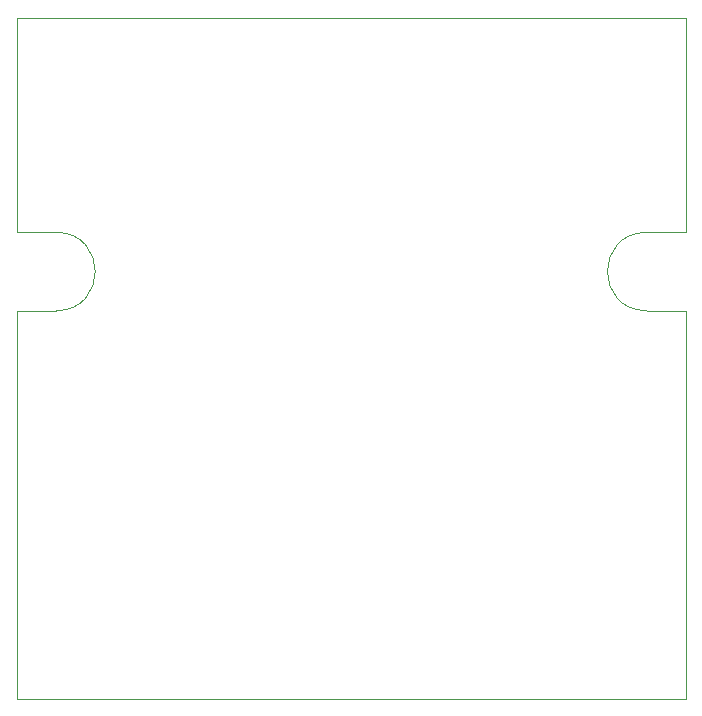
<source format=gko>
G04*
G04 #@! TF.GenerationSoftware,Altium Limited,Altium Designer,25.8.1 (18)*
G04*
G04 Layer_Color=16711935*
%FSLAX44Y44*%
%MOMM*%
G71*
G04*
G04 #@! TF.SameCoordinates,23F0502B-7B20-4CC9-97BB-DA64BA6573D7*
G04*
G04*
G04 #@! TF.FilePolarity,Positive*
G04*
G01*
G75*
%ADD62C,0.0500*%
D62*
X533050Y394800D02*
G03*
X533050Y328500I0J-33150D01*
G01*
X33050D02*
G03*
X33050Y394800I0J33150D01*
G01*
X0Y0D02*
X566100D01*
Y328500D01*
X533050D02*
X566100D01*
X533050Y394800D02*
X566100D01*
Y576600D01*
X0D02*
X566100D01*
X0Y394800D02*
Y576600D01*
Y394800D02*
X33050D01*
X0Y328500D02*
X33050D01*
X0Y0D02*
Y328500D01*
M02*

</source>
